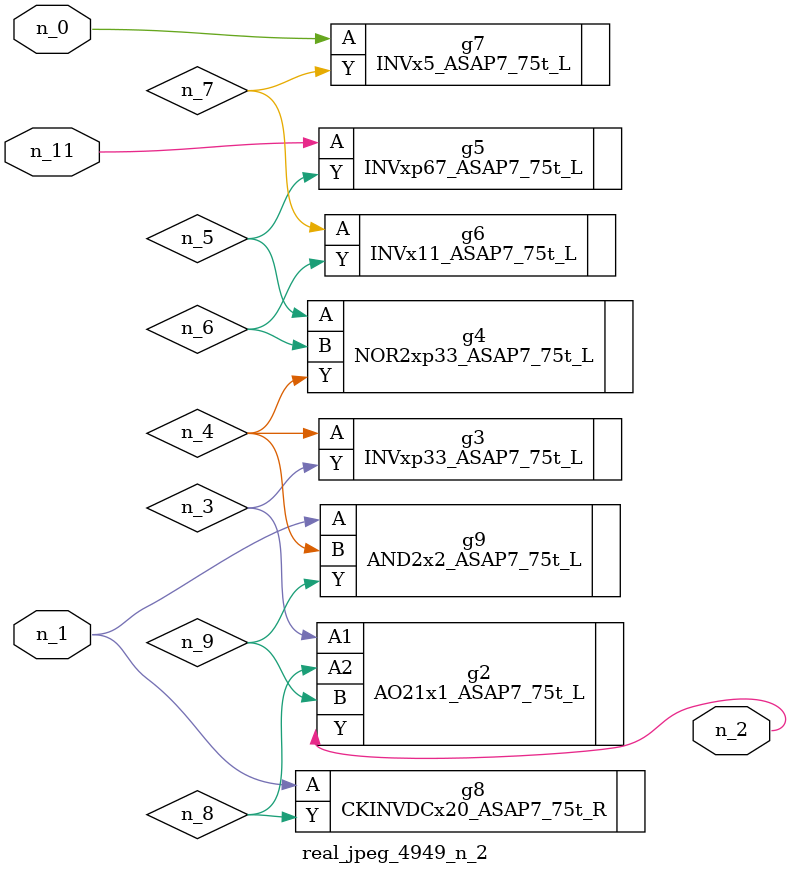
<source format=v>
module real_jpeg_4949_n_2 (n_1, n_11, n_0, n_2);

input n_1;
input n_11;
input n_0;

output n_2;

wire n_5;
wire n_8;
wire n_4;
wire n_6;
wire n_7;
wire n_3;
wire n_9;

INVx5_ASAP7_75t_L g7 ( 
.A(n_0),
.Y(n_7)
);

CKINVDCx20_ASAP7_75t_R g8 ( 
.A(n_1),
.Y(n_8)
);

AND2x2_ASAP7_75t_L g9 ( 
.A(n_1),
.B(n_4),
.Y(n_9)
);

AO21x1_ASAP7_75t_L g2 ( 
.A1(n_3),
.A2(n_8),
.B(n_9),
.Y(n_2)
);

INVxp33_ASAP7_75t_L g3 ( 
.A(n_4),
.Y(n_3)
);

NOR2xp33_ASAP7_75t_L g4 ( 
.A(n_5),
.B(n_6),
.Y(n_4)
);

INVx11_ASAP7_75t_L g6 ( 
.A(n_7),
.Y(n_6)
);

INVxp67_ASAP7_75t_L g5 ( 
.A(n_11),
.Y(n_5)
);


endmodule
</source>
